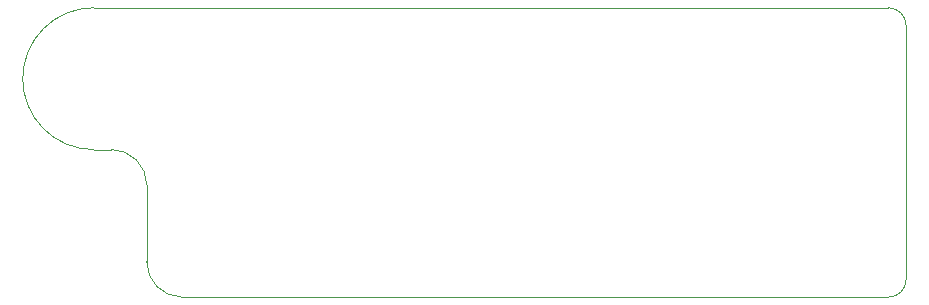
<source format=gbr>
G04 (created by PCBNEW (2013-07-07 BZR 4022)-stable) date 2014-02-07 12:39:16 PM*
%MOIN*%
G04 Gerber Fmt 3.4, Leading zero omitted, Abs format*
%FSLAX34Y34*%
G01*
G70*
G90*
G04 APERTURE LIST*
%ADD10C,0.00590551*%
%ADD11C,0.00393701*%
G04 APERTURE END LIST*
G54D10*
G54D11*
X57992Y-30905D02*
X34448Y-30905D01*
X58582Y-21850D02*
X58582Y-30314D01*
X57992Y-21259D02*
X31496Y-21259D01*
X31496Y-25984D02*
X32086Y-25984D01*
X31496Y-21259D02*
G75*
G03X29133Y-23622I0J-2362D01*
G74*
G01*
X29133Y-23622D02*
G75*
G03X31496Y-25984I2362J0D01*
G74*
G01*
X57992Y-30905D02*
G75*
G03X58582Y-30314I0J590D01*
G74*
G01*
X58582Y-21850D02*
G75*
G03X57992Y-21259I-590J0D01*
G74*
G01*
X33267Y-27165D02*
X33267Y-29724D01*
X33267Y-29724D02*
G75*
G03X34448Y-30905I1181J0D01*
G74*
G01*
X33267Y-27165D02*
G75*
G03X32086Y-25984I-1181J0D01*
G74*
G01*
M02*

</source>
